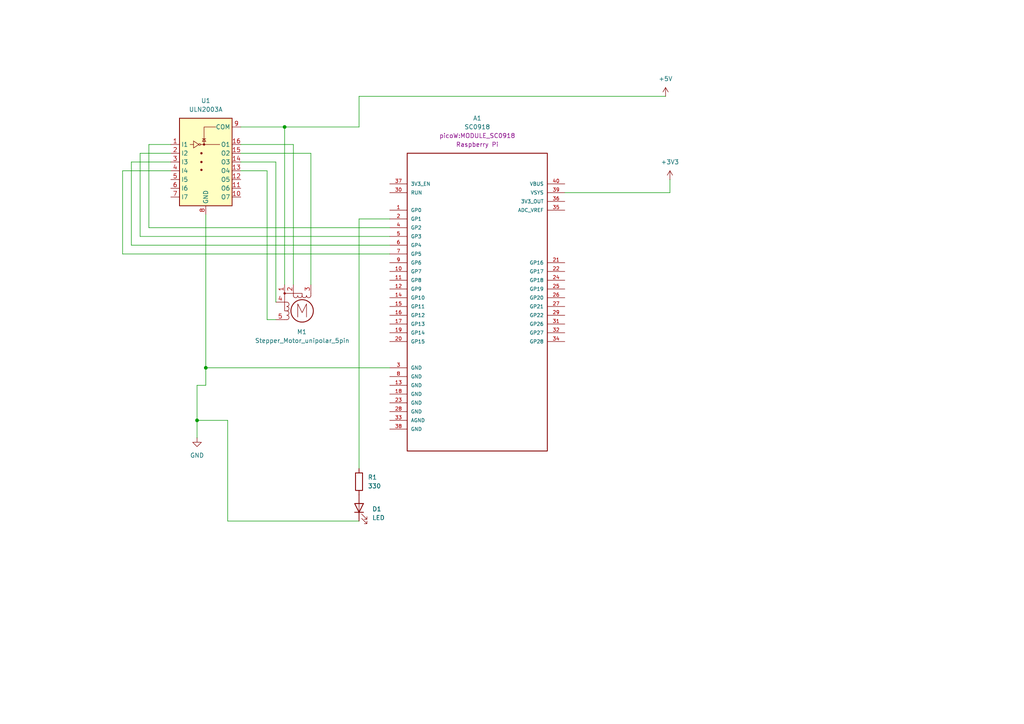
<source format=kicad_sch>
(kicad_sch (version 20231120) (generator "eeschema") (generator_version "8.0")
  (paper "A4")
  (title_block (title "Naomi Project Schematic") (date "2024-05-18"))
  (lib_symbols
    (symbol "Device:LED" (pin_numbers hide) (pin_names (offset 1.016) hide)
      (property "Reference" "D" (at 0 2.54 0))
      (property "Value" "LED" (at 0 -2.54 0))
      (symbol "LED_0_1"
        (polyline (pts (xy -1.27 -1.27) (xy -1.27 1.27)) (stroke (width 0.254)))
        (polyline (pts (xy -1.27 0) (xy 1.27 0)))
        (polyline (pts (xy 1.27 -1.27) (xy 1.27 1.27) (xy -1.27 0) (xy 1.27 -1.27)) (stroke (width 0.254)))
        (polyline (pts (xy -3.048 -0.762) (xy -4.572 -2.286) (xy -3.81 -2.286) (xy -4.572 -2.286) (xy -4.572 -1.524)))
        (polyline (pts (xy -1.778 -0.762) (xy -3.302 -2.286) (xy -2.54 -2.286) (xy -3.302 -2.286) (xy -3.302 -1.524)))
      )
      (symbol "LED_1_1"
        (pin passive line (at -3.81 0 0) (length 2.54) (name "K") (number "1"))
        (pin passive line (at 3.81 0 180) (length 2.54) (name "A") (number "2"))
      )
    )
    (symbol "Device:R" (pin_numbers hide) (pin_names (offset 0))
      (property "Reference" "R" (at 2.032 0 90))
      (property "Value" "R" (at 0 0 90))
      (symbol "R_0_1"
        (rectangle (start -1.016 -2.54) (end 1.016 2.54) (stroke (width 0.254)))
      )
      (symbol "R_1_1"
        (pin passive line (at 0 3.81 270) (length 1.27) (name "~") (number "1"))
        (pin passive line (at 0 -3.81 90) (length 1.27) (name "~") (number "2"))
      )
    )
    (symbol "Motor:Stepper_Motor_unipolar_5pin" (pin_names (offset 0) hide)
      (property "Reference" "M" (at 3.81 2.54 0))
      (property "Value" "Stepper_Motor_unipolar_5pin" (at 3.81 1.27 0))
      (symbol "Stepper_Motor_unipolar_5pin_0_0"
        (polyline (pts (xy -1.27 -1.778) (xy -1.27 2.032) (xy 0 -0.508) (xy 1.27 2.032) (xy 1.27 -1.778)))
      )
      (symbol "Stepper_Motor_unipolar_5pin_0_1"
        (circle (center -5.08 5.08) (radius 0.0001) (fill (type outline)))
        (circle (center -5.08 5.08) (radius 0.254) (fill (type outline)))
        (arc (start -4.445 -2.54) (mid -3.8127 -1.905) (end -4.445 -1.27))
        (arc (start -4.445 -1.27) (mid -3.8127 -0.635) (end -4.445 0))
        (arc (start -4.445 0) (mid -3.8127 0.635) (end -4.445 1.27))
        (arc (start -4.445 1.27) (mid -3.8127 1.905) (end -4.445 2.54))
        (arc (start -2.54 4.445) (mid -1.905 3.8127) (end -1.27 4.445))
        (arc (start -1.27 4.445) (mid -0.635 3.8127) (end 0 4.445))
        (polyline (pts (xy -5.08 -2.54) (xy -4.445 -2.54)))
        (polyline (pts (xy -5.08 2.54) (xy -4.445 2.54)))
        (polyline (pts (xy -2.54 4.445) (xy -2.54 5.08)))
        (polyline (pts (xy 2.54 4.445) (xy 2.54 5.08)))
        (polyline (pts (xy -5.08 5.08) (xy -5.08 0) (xy -4.445 0)))
        (polyline (pts (xy 0 4.445) (xy 0 5.08) (xy -5.08 5.08)))
        (circle (center 0 0) (radius 3.2512) (stroke (width 0.254)))
        (arc (start 0 4.445) (mid 0.635 3.8127) (end 1.27 4.445))
        (arc (start 1.27 4.445) (mid 1.905 3.8127) (end 2.54 4.445))
      )
      (symbol "Stepper_Motor_unipolar_5pin_1_1"
        (pin passive line (at -5.08 7.62 270) (length 2.54) (name "~") (number "1"))
        (pin passive line (at -2.54 7.62 270) (length 2.54) (name "~") (number "2"))
        (pin passive line (at 2.54 7.62 270) (length 2.54) (name "-") (number "3"))
        (pin passive line (at -7.62 2.54 0) (length 2.54) (name "~") (number "4"))
        (pin passive line (at -7.62 -2.54 0) (length 2.54) (name "~") (number "5"))
      )
    )
    (symbol "Transistor_Array:ULN2003A"
      (property "Reference" "U" (at 0 15.875 0))
      (property "Value" "ULN2003A" (at 0 13.97 0))
      (symbol "ULN2003A_0_1"
        (rectangle (start -7.62 -12.7) (end 7.62 12.7) (stroke (width 0.254)) (fill (type background)))
        (circle (center -1.778 5.08) (radius 0.254))
        (circle (center -1.27 -2.286) (radius 0.254) (fill (type outline)))
        (circle (center -1.27 0) (radius 0.254) (fill (type outline)))
        (circle (center -1.27 2.54) (radius 0.254) (fill (type outline)))
        (circle (center -0.508 5.08) (radius 0.254) (fill (type outline)))
        (polyline (pts (xy -4.572 5.08) (xy -3.556 5.08)))
        (polyline (pts (xy -1.524 5.08) (xy 4.064 5.08)))
        (polyline (pts (xy 0 6.731) (xy -1.016 6.731)))
        (polyline (pts (xy -0.508 5.08) (xy -0.508 10.16) (xy 2.921 10.16)))
        (polyline (pts (xy -3.556 6.096) (xy -3.556 4.064) (xy -2.032 5.08) (xy -3.556 6.096)))
        (polyline (pts (xy 0 5.969) (xy -1.016 5.969) (xy -0.508 6.731) (xy 0 5.969)))
      )
      (symbol "ULN2003A_1_1"
        (pin input line (at -10.16 5.08 0) (length 2.54) (name "I1") (number "1"))
        (pin open_collector line (at 10.16 -10.16 180) (length 2.54) (name "O7") (number "10"))
        (pin open_collector line (at 10.16 -7.62 180) (length 2.54) (name "O6") (number "11"))
        (pin open_collector line (at 10.16 -5.08 180) (length 2.54) (name "O5") (number "12"))
        (pin open_collector line (at 10.16 -2.54 180) (length 2.54) (name "O4") (number "13"))
        (pin open_collector line (at 10.16 0 180) (length 2.54) (name "O3") (number "14"))
        (pin open_collector line (at 10.16 2.54 180) (length 2.54) (name "O2") (number "15"))
        (pin open_collector line (at 10.16 5.08 180) (length 2.54) (name "O1") (number "16"))
        (pin input line (at -10.16 2.54 0) (length 2.54) (name "I2") (number "2"))
        (pin input line (at -10.16 0 0) (length 2.54) (name "I3") (number "3"))
        (pin input line (at -10.16 -2.54 0) (length 2.54) (name "I4") (number "4"))
        (pin input line (at -10.16 -5.08 0) (length 2.54) (name "I5") (number "5"))
        (pin input line (at -10.16 -7.62 0) (length 2.54) (name "I6") (number "6"))
        (pin input line (at -10.16 -10.16 0) (length 2.54) (name "I7") (number "7"))
        (pin power_in line (at 0 -15.24 90) (length 2.54) (name "GND") (number "8"))
        (pin passive line (at 10.16 10.16 180) (length 2.54) (name "COM") (number "9"))
      )
    )
    (symbol "picoW:SC0918" (pin_names (offset 1.016))
      (property "Reference" "A1" (at 0 58.42 0))
      (property "Value" "SC0918" (at 0 55.88 0))
      (property "Footprint" "picoW:MODULE_SC0918" (at -12.7 -46.99 0))
      (property "manufacturer" "Raspberry Pi" (at 0 53.34 0))
      (symbol "SC0918_0_0"
        (rectangle (start -20.32 -43.18) (end 20.32 43.18) (stroke (width 0.254)))
        (pin bidirectional line (at -25.4 26.67 0) (length 5.08) (name "GP0") (number "1"))
        (pin bidirectional line (at -25.4 8.89 0) (length 5.08) (name "GP7") (number "10"))
        (pin bidirectional line (at -25.4 6.35 0) (length 5.08) (name "GP8") (number "11"))
        (pin bidirectional line (at -25.4 3.81 0) (length 5.08) (name "GP9") (number "12"))
        (pin power_in line (at -25.4 -24.13 0) (length 5.08) (name "GND") (number "13"))
        (pin bidirectional line (at -25.4 1.27 0) (length 5.08) (name "GP10") (number "14"))
        (pin bidirectional line (at -25.4 -1.27 0) (length 5.08) (name "GP11") (number "15"))
        (pin bidirectional line (at -25.4 -3.81 0) (length 5.08) (name "GP12") (number "16"))
        (pin bidirectional line (at -25.4 -6.35 0) (length 5.08) (name "GP13") (number "17"))
        (pin power_in line (at -25.4 -26.67 0) (length 5.08) (name "GND") (number "18"))
        (pin bidirectional line (at -25.4 -8.89 0) (length 5.08) (name "GP14") (number "19"))
        (pin bidirectional line (at -25.4 24.13 0) (length 5.08) (name "GP1") (number "2"))
        (pin bidirectional line (at -25.4 -11.43 0) (length 5.08) (name "GP15") (number "20"))
        (pin bidirectional line (at 25.4 11.43 180) (length 5.08) (name "GP16") (number "21"))
        (pin bidirectional line (at 25.4 8.89 180) (length 5.08) (name "GP17") (number "22"))
        (pin power_in line (at -25.4 -29.21 0) (length 5.08) (name "GND") (number "23"))
        (pin bidirectional line (at 25.4 6.35 180) (length 5.08) (name "GP18") (number "24"))
        (pin bidirectional line (at 25.4 3.81 180) (length 5.08) (name "GP19") (number "25"))
        (pin bidirectional line (at 25.4 1.27 180) (length 5.08) (name "GP20") (number "26"))
        (pin bidirectional line (at 25.4 -1.27 180) (length 5.08) (name "GP21") (number "27"))
        (pin power_in line (at -25.4 -31.75 0) (length 5.08) (name "GND") (number "28"))
        (pin bidirectional line (at 25.4 -3.81 180) (length 5.08) (name "GP22") (number "29"))
        (pin power_in line (at -25.4 -19.05 0) (length 5.08) (name "GND") (number "3"))
        (pin input line (at -25.4 31.75 0) (length 5.08) (name "RUN") (number "30"))
        (pin bidirectional line (at 25.4 -6.35 180) (length 5.08) (name "GP26") (number "31"))
        (pin bidirectional line (at 25.4 -8.89 180) (length 5.08) (name "GP27") (number "32"))
        (pin power_in line (at -25.4 -34.29 0) (length 5.08) (name "AGND") (number "33"))
        (pin bidirectional line (at 25.4 -11.43 180) (length 5.08) (name "GP28") (number "34"))
        (pin power_in line (at 25.4 26.67 180) (length 5.08) (name "ADC_VREF") (number "35"))
        (pin power_in line (at 25.4 29.21 180) (length 5.08) (name "3V3_OUT") (number "36"))
        (pin input line (at -25.4 34.29 0) (length 5.08) (name "3V3_EN") (number "37"))
        (pin power_in line (at -25.4 -36.83 0) (length 5.08) (name "GND") (number "38"))
        (pin free line (at 25.4 31.75 180) (length 5.08) (name "VSYS") (number "39"))
        (pin bidirectional line (at -25.4 21.59 0) (length 5.08) (name "GP2") (number "4"))
        (pin free line (at 25.4 34.29 180) (length 5.08) (name "VBUS") (number "40"))
        (pin bidirectional line (at -25.4 19.05 0) (length 5.08) (name "GP3") (number "5"))
        (pin bidirectional line (at -25.4 16.51 0) (length 5.08) (name "GP4") (number "6"))
        (pin bidirectional line (at -25.4 13.97 0) (length 5.08) (name "GP5") (number "7"))
        (pin power_in line (at -25.4 -21.59 0) (length 5.08) (name "GND") (number "8"))
        (pin bidirectional line (at -25.4 11.43 0) (length 5.08) (name "GP6") (number "9"))
      )
    )
    (symbol "power:+3V3" (power) (pin_numbers hide) (pin_names (offset 0) hide)
      (property "Value" "+3V3" (at 0 3.556 0))
      (symbol "+3V3_0_1"
        (polyline (pts (xy -0.762 1.27) (xy 0 2.54)))
        (polyline (pts (xy 0 0) (xy 0 2.54)))
        (polyline (pts (xy 0 2.54) (xy 0.762 1.27)))
      )
      (symbol "+3V3_1_1"
        (pin power_in line (at 0 0 90) (length 0) (name "~") (number "1"))
      )
    )
    (symbol "power:GND" (power) (pin_numbers hide) (pin_names (offset 0) hide)
      (property "Value" "GND" (at 0 -3.81 0))
      (symbol "GND_0_1"
        (polyline (pts (xy 0 0) (xy 0 -1.27) (xy 1.27 -1.27) (xy 0 -2.54) (xy -1.27 -1.27) (xy 0 -1.27)))
      )
      (symbol "GND_1_1"
        (pin power_in line (at 0 0 270) (length 0) (name "~") (number "1"))
      )
    )
  )
  (junction (at 59.69 106.68))
  (junction (at 82.55 36.83))
  (junction (at 57.15 121.92))
  (wire (pts (xy 59.69 106.68) (xy 59.69 111.76)))
  (wire (pts (xy 43.18 41.91) (xy 43.18 66.04)))
  (wire (pts (xy 35.56 49.53) (xy 35.56 73.66)))
  (wire (pts (xy 77.47 49.53) (xy 69.85 49.53)))
  (wire (pts (xy 57.15 111.76) (xy 57.15 121.92)))
  (wire (pts (xy 85.09 41.91) (xy 69.85 41.91)))
  (wire (pts (xy 43.18 66.04) (xy 113.03 66.04)))
  (wire (pts (xy 69.85 36.83) (xy 82.55 36.83)))
  (wire (pts (xy 40.64 44.45) (xy 49.53 44.45)))
  (wire (pts (xy 90.17 82.55) (xy 90.17 44.45)))
  (wire (pts (xy 66.04 151.13) (xy 66.04 121.92)))
  (wire (pts (xy 104.14 63.5) (xy 113.03 63.5)))
  (wire (pts (xy 194.31 55.88) (xy 194.31 52.07)))
  (wire (pts (xy 90.17 44.45) (xy 69.85 44.45)))
  (wire (pts (xy 82.55 36.83) (xy 82.55 82.55)))
  (wire (pts (xy 113.03 71.12) (xy 38.1 71.12)))
  (wire (pts (xy 59.69 106.68) (xy 113.03 106.68)))
  (wire (pts (xy 40.64 68.58) (xy 40.64 44.45)))
  (wire (pts (xy 59.69 62.23) (xy 59.69 106.68)))
  (wire (pts (xy 69.85 46.99) (xy 80.01 46.99)))
  (wire (pts (xy 57.15 121.92) (xy 57.15 127)))
  (wire (pts (xy 35.56 49.53) (xy 49.53 49.53)))
  (wire (pts (xy 104.14 135.89) (xy 104.14 63.5)))
  (wire (pts (xy 38.1 71.12) (xy 38.1 46.99)))
  (wire (pts (xy 80.01 92.71) (xy 77.47 92.71)))
  (wire (pts (xy 113.03 73.66) (xy 35.56 73.66)))
  (wire (pts (xy 49.53 41.91) (xy 43.18 41.91)))
  (wire (pts (xy 66.04 121.92) (xy 57.15 121.92)))
  (wire (pts (xy 80.01 46.99) (xy 80.01 87.63)))
  (wire (pts (xy 82.55 36.83) (xy 104.14 36.83)))
  (wire (pts (xy 104.14 36.83) (xy 104.14 27.94)))
  (wire (pts (xy 104.14 27.94) (xy 193.04 27.94)))
  (wire (pts (xy 77.47 49.53) (xy 77.47 92.71)))
  (wire (pts (xy 104.14 151.13) (xy 66.04 151.13)))
  (wire (pts (xy 59.69 111.76) (xy 57.15 111.76)))
  (wire (pts (xy 38.1 46.99) (xy 49.53 46.99)))
  (wire (pts (xy 113.03 68.58) (xy 40.64 68.58)))
  (wire (pts (xy 163.83 55.88) (xy 194.31 55.88)))
  (wire (pts (xy 85.09 82.55) (xy 85.09 41.91)))
  (symbol (lib_id "power:+3V3") (at 194.31 52.07 0) (unit 1)
    (property "Reference" "#PWR02" (effects (hide yes)))
    (property "Value" "+3V3" (at 194.31 46.99 0))
    (property "Description" "Power symbol creates a global label with name \"+3V3\"" (effects (hide yes)))
  )
  (symbol (lib_id "Transistor_Array:ULN2003A") (at 59.69 46.99 0) (unit 1)
    (property "Reference" "U1" (at 59.69 29.21 0))
    (property "Value" "ULN2003A" (at 59.69 31.75 0))
    (property "Datasheet" "http://www.ti.com/lit/ds/symlink/uln2003a.pdf" (effects (hide yes)))
    (property "Description" "High Voltage, High Current Darlington Transistor Arrays, SOIC16/SOIC16W/DIP16/TSSOP16" (effects (hide yes)))
  )
  (symbol (lib_id "Device:R") (at 104.14 139.7 0) (unit 1)
    (property "Reference" "R1" (at 106.68 138.4299 0) (effects (justify left)))
    (property "Value" "330" (at 106.68 140.9699 0) (effects (justify left)))
    (property "Description" "Resistor" (effects (hide yes)))
  )
  (symbol (lib_id "power:+3V3") (at 193.04 27.94 0) (unit 1)
    (property "Reference" "#PWR03" (effects (hide yes)))
    (property "Value" "+5V" (at 193.04 22.86 0))
    (property "Description" "Power symbol creates a global label with name \"+3V3\"" (effects (hide yes)))
  )
  (symbol (lib_id "Device:LED") (at 104.14 147.32 90) (unit 1)
    (property "Reference" "D1" (at 107.95 147.6374 90) (effects (justify right)))
    (property "Value" "LED" (at 107.95 150.1774 90) (effects (justify right)))
    (property "Description" "Light emitting diode" (effects (hide yes)))
  )
  (symbol (lib_id "Motor:Stepper_Motor_unipolar_5pin") (at 87.63 90.17 0) (unit 1)
    (property "Reference" "M1" (at 86.106 96.266 0) (effects (justify left)))
    (property "Value" "Stepper_Motor_unipolar_5pin" (at 73.914 98.806 0) (effects (justify left)))
    (property "Datasheet" "http://www.infineon.com/dgdl/Application-Note-TLE8110EE_driving_UniPolarStepperMotor_V1.1.pdf?fileId=db3a30431be39b97011be5d0aa0a00b0" (effects (hide yes)))
    (property "Description" "5-wire unipolar stepper motor" (effects (hide yes)))
  )
  (symbol (lib_id "power:GND") (at 57.15 127 0) (unit 1)
    (property "Reference" "#PWR01" (effects (hide yes)))
    (property "Value" "GND" (at 57.15 132.08 0))
    (property "Description" "Power symbol creates a global label with name \"GND\" , ground" (effects (hide yes)))
  )
  (symbol (lib_id "picoW:SC0918") (at 138.43 87.63 0) (unit 1)
    (property "Reference" "A1" (at 138.43 34.29 0))
    (property "Value" "SC0918" (at 138.43 36.83 0))
    (property "Footprint" "picoW:MODULE_SC0918" (at 138.43 39.37 0))
    (property "Datasheet" "https://datasheets.raspberrypi.com/picow/pico-w-datasheet.pdf" (effects (hide yes)))
    (property "manufacturer" "Raspberry Pi" (at 138.43 41.91 0))
    (property "P/N" "SC0918" (effects (hide yes)))
    (property "PARTREV" "1.6" (effects (hide yes)))
    (property "MAXIMUM_PACKAGE_HEIGHT" "3.73mm" (effects (hide yes)))
  )
)
</source>
